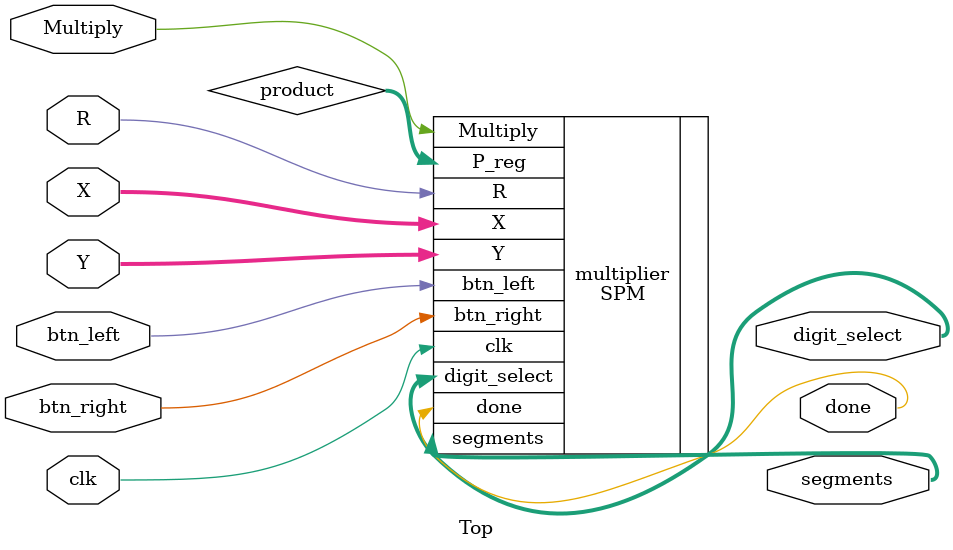
<source format=v>
`timescale 1ns / 1ps


module Top(input clk,
    input R,
    input [7:0] X,
    input [7:0] Y,
    input Multiply,
    input btn_left,
    input btn_right,
    output [6:0] segments,
    output [3:0] digit_select,
    output done
);
    wire [15:0] product;
    SPM multiplier(
        .X(X),
        .Y(Y),
        .R(R),
        .clk(clk),
        .Multiply(Multiply),
        .done(done),
        .P_reg(product),
        .segments(segments),
        .digit_select(digit_select),
        .btn_left(btn_left),
        .btn_right(btn_right)
    );
endmodule

</source>
